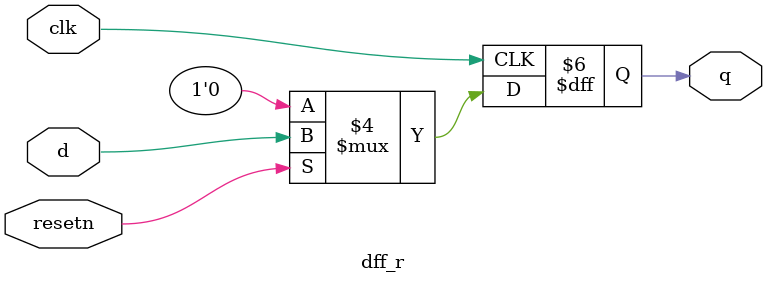
<source format=v>

module top_module (
    input clk,
    input resetn,   // synchronous reset
    input in,
    output out);
wire w1,w2,w3;
    dff_r d1(clk, resetn, in, w1);
    dff_r d2(clk, resetn, w1, w2);
    dff_r d3(clk, resetn, w2, w3);
    dff_r d4(clk, resetn, w3, out);    
endmodule

module dff_r (
    input clk,
    input resetn,
    input d,
    output q);
    
    always @(posedge clk) begin
        if(~resetn)
            q<=1'b0;
        else
            q<=d;
    
    
    end
endmodule
</source>
